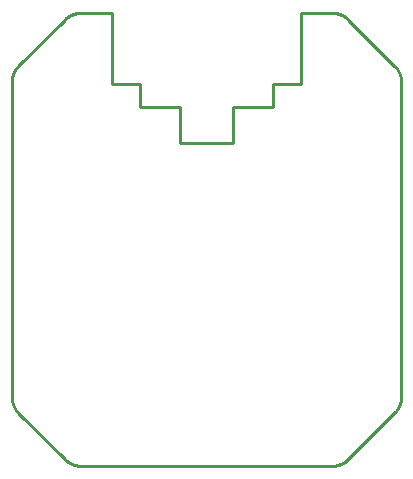
<source format=gko>
G04 #@! TF.GenerationSoftware,KiCad,Pcbnew,5.0.2+dfsg1-1*
G04 #@! TF.CreationDate,2020-07-05T13:54:42+02:00*
G04 #@! TF.ProjectId,edgedriver,65646765-6472-4697-9665-722e6b696361,rev?*
G04 #@! TF.SameCoordinates,Original*
G04 #@! TF.FileFunction,Profile,NP*
%FSLAX46Y46*%
G04 Gerber Fmt 4.6, Leading zero omitted, Abs format (unit mm)*
G04 Created by KiCad (PCBNEW 5.0.2+dfsg1-1) date Sun Jul  5 13:54:42 2020*
%MOMM*%
%LPD*%
G01*
G04 APERTURE LIST*
%ADD10C,0.282843*%
G04 APERTURE END LIST*
D10*
X-8000028Y37100340D02*
X-10591601Y37100340D01*
X-8000028Y31099910D02*
X-8000028Y37100340D01*
X-5649784Y31099910D02*
X-8000028Y31099910D01*
X-5649784Y29100034D02*
X-5649784Y31099910D01*
X-2249992Y29100034D02*
X-5649784Y29100034D01*
X-2249992Y26099698D02*
X-2249992Y29100034D01*
X2249992Y26099698D02*
X-2249992Y26099698D01*
X2249992Y29100034D02*
X2249992Y26099698D01*
X5649267Y29100034D02*
X2249992Y29100034D01*
X5649267Y31099910D02*
X5649267Y29100034D01*
X7999512Y31099910D02*
X5649267Y31099910D01*
X7999512Y37100340D02*
X7999512Y31099910D01*
X10591085Y37100340D02*
X7999512Y37100340D01*
X10640655Y37099678D02*
X10591085Y37100340D01*
X10690078Y37097794D02*
X10640655Y37099678D01*
X10739333Y37094699D02*
X10690078Y37097794D01*
X10788399Y37090400D02*
X10739333Y37094699D01*
X10837257Y37084905D02*
X10788399Y37090400D01*
X10885884Y37078224D02*
X10837257Y37084905D01*
X10934262Y37070364D02*
X10885884Y37078224D01*
X10982370Y37061334D02*
X10934262Y37070364D01*
X11030187Y37051142D02*
X10982370Y37061334D01*
X11077694Y37039796D02*
X11030187Y37051142D01*
X11124869Y37027306D02*
X11077694Y37039796D01*
X11171692Y37013679D02*
X11124869Y37027306D01*
X11218143Y36998924D02*
X11171692Y37013679D01*
X11264201Y36983048D02*
X11218143Y36998924D01*
X11309847Y36966062D02*
X11264201Y36983048D01*
X11355059Y36947972D02*
X11309847Y36966062D01*
X11399818Y36928788D02*
X11355059Y36947972D01*
X11444102Y36908517D02*
X11399818Y36928788D01*
X11487892Y36887168D02*
X11444102Y36908517D01*
X11531168Y36864750D02*
X11487892Y36887168D01*
X11573907Y36841271D02*
X11531168Y36864750D01*
X11616092Y36816739D02*
X11573907Y36841271D01*
X11657700Y36791162D02*
X11616092Y36816739D01*
X11698711Y36764550D02*
X11657700Y36791162D01*
X11739106Y36736910D02*
X11698711Y36764550D01*
X11778864Y36708251D02*
X11739106Y36736910D01*
X11817963Y36678581D02*
X11778864Y36708251D01*
X11856385Y36647908D02*
X11817963Y36678581D01*
X11894109Y36616242D02*
X11856385Y36647908D01*
X11931113Y36583590D02*
X11894109Y36616242D01*
X11967379Y36549960D02*
X11931113Y36583590D01*
X12002885Y36515362D02*
X11967379Y36549960D01*
X12005478Y36514304D02*
X12002885Y36515362D01*
X15913766Y32606017D02*
X12005478Y36514304D01*
X15914798Y32603371D02*
X15913766Y32606017D01*
X15949396Y32567864D02*
X15914798Y32603371D01*
X15983025Y32531598D02*
X15949396Y32567864D01*
X16015678Y32494593D02*
X15983025Y32531598D01*
X16047346Y32456869D02*
X16015678Y32494593D01*
X16078020Y32418447D02*
X16047346Y32456869D01*
X16107692Y32379347D02*
X16078020Y32418447D01*
X16136354Y32339589D02*
X16107692Y32379347D01*
X16163996Y32299194D02*
X16136354Y32339589D01*
X16190612Y32258183D02*
X16163996Y32299194D01*
X16216191Y32216575D02*
X16190612Y32258183D01*
X16240727Y32174391D02*
X16216191Y32216575D01*
X16264209Y32131652D02*
X16240727Y32174391D01*
X16286631Y32088377D02*
X16264209Y32131652D01*
X16307983Y32044588D02*
X16286631Y32088377D01*
X16328256Y32000304D02*
X16307983Y32044588D01*
X16347444Y31955545D02*
X16328256Y32000304D01*
X16365536Y31910334D02*
X16347444Y31955545D01*
X16382525Y31864689D02*
X16365536Y31910334D01*
X16398402Y31818631D02*
X16382525Y31864689D01*
X16413158Y31772180D02*
X16398402Y31818631D01*
X16426786Y31725357D02*
X16413158Y31772180D01*
X16439277Y31678183D02*
X16426786Y31725357D01*
X16450621Y31630677D02*
X16439277Y31678183D01*
X16460812Y31582860D02*
X16450621Y31630677D01*
X16469840Y31534752D02*
X16460812Y31582860D01*
X16477697Y31486374D02*
X16469840Y31534752D01*
X16484375Y31437746D02*
X16477697Y31486374D01*
X16489865Y31388889D02*
X16484375Y31437746D01*
X16494158Y31339823D02*
X16489865Y31388889D01*
X16497246Y31290568D02*
X16494158Y31339823D01*
X16499122Y31241144D02*
X16497246Y31290568D01*
X16499775Y31191573D02*
X16499122Y31241144D01*
X16499775Y4638392D02*
X16499775Y31191573D01*
X16499122Y4588820D02*
X16499775Y4638392D01*
X16497247Y4539397D02*
X16499122Y4588820D01*
X16494158Y4490142D02*
X16497247Y4539397D01*
X16489865Y4441075D02*
X16494158Y4490142D01*
X16484375Y4392218D02*
X16489865Y4441075D01*
X16477698Y4343590D02*
X16484375Y4392218D01*
X16469840Y4295212D02*
X16477698Y4343590D01*
X16460812Y4247105D02*
X16469840Y4295212D01*
X16450622Y4199287D02*
X16460812Y4247105D01*
X16439277Y4151781D02*
X16450622Y4199287D01*
X16426786Y4104607D02*
X16439277Y4151781D01*
X16413158Y4057784D02*
X16426786Y4104607D01*
X16398402Y4011333D02*
X16413158Y4057784D01*
X16382525Y3965275D02*
X16398402Y4011333D01*
X16365536Y3919630D02*
X16382525Y3965275D01*
X16347444Y3874418D02*
X16365536Y3919630D01*
X16328257Y3829660D02*
X16347444Y3874418D01*
X16307983Y3785376D02*
X16328257Y3829660D01*
X16286631Y3741586D02*
X16307983Y3785376D01*
X16264209Y3698312D02*
X16286631Y3741586D01*
X16240727Y3655572D02*
X16264209Y3698312D01*
X16216192Y3613388D02*
X16240727Y3655572D01*
X16190612Y3571780D02*
X16216192Y3613388D01*
X16163997Y3530769D02*
X16190612Y3571780D01*
X16136354Y3490374D02*
X16163997Y3530769D01*
X16107692Y3450616D02*
X16136354Y3490374D01*
X16078020Y3411516D02*
X16107692Y3450616D01*
X16047346Y3373094D02*
X16078020Y3411516D01*
X16015678Y3335370D02*
X16047346Y3373094D01*
X15983025Y3298365D02*
X16015678Y3335370D01*
X15949396Y3262098D02*
X15983025Y3298365D01*
X15914798Y3226592D02*
X15949396Y3262098D01*
X15913766Y3223999D02*
X15914798Y3226592D01*
X12005478Y-684290D02*
X15913766Y3223999D01*
X12002885Y-685324D02*
X12005478Y-684290D01*
X11967379Y-719923D02*
X12002885Y-685324D01*
X11931113Y-753552D02*
X11967379Y-719923D01*
X11894109Y-786204D02*
X11931113Y-753552D01*
X11856385Y-817870D02*
X11894109Y-786204D01*
X11817963Y-848543D02*
X11856385Y-817870D01*
X11778864Y-878212D02*
X11817963Y-848543D01*
X11739106Y-906872D02*
X11778864Y-878212D01*
X11698711Y-934512D02*
X11739106Y-906872D01*
X11657700Y-961124D02*
X11698711Y-934512D01*
X11616092Y-986700D02*
X11657700Y-961124D01*
X11573907Y-1011232D02*
X11616092Y-986700D01*
X11531168Y-1034712D02*
X11573907Y-1011232D01*
X11487892Y-1057130D02*
X11531168Y-1034712D01*
X11444102Y-1078478D02*
X11487892Y-1057130D01*
X11399818Y-1098749D02*
X11444102Y-1078478D01*
X11355059Y-1117934D02*
X11399818Y-1098749D01*
X11309847Y-1136023D02*
X11355059Y-1117934D01*
X11264201Y-1153010D02*
X11309847Y-1136023D01*
X11218143Y-1168885D02*
X11264201Y-1153010D01*
X11171692Y-1183640D02*
X11218143Y-1168885D01*
X11124869Y-1197267D02*
X11171692Y-1183640D01*
X11077694Y-1209758D02*
X11124869Y-1197267D01*
X11030187Y-1221103D02*
X11077694Y-1209758D01*
X10982370Y-1231295D02*
X11030187Y-1221103D01*
X10934262Y-1240325D02*
X10982370Y-1231295D01*
X10885884Y-1248185D02*
X10934262Y-1240325D01*
X10837257Y-1254867D02*
X10885884Y-1248185D01*
X10788399Y-1260361D02*
X10837257Y-1254867D01*
X10739333Y-1264660D02*
X10788399Y-1260361D01*
X10690078Y-1267756D02*
X10739333Y-1264660D01*
X10640655Y-1269639D02*
X10690078Y-1267756D01*
X10591085Y-1270302D02*
X10640655Y-1269639D01*
X-10591601Y-1270302D02*
X10591085Y-1270302D01*
X-10641172Y-1269648D02*
X-10591601Y-1270302D01*
X-10690595Y-1267773D02*
X-10641172Y-1269648D01*
X-10739850Y-1264684D02*
X-10690595Y-1267773D01*
X-10788916Y-1260391D02*
X-10739850Y-1264684D01*
X-10837773Y-1254901D02*
X-10788916Y-1260391D01*
X-10886401Y-1248224D02*
X-10837773Y-1254901D01*
X-10934779Y-1240367D02*
X-10886401Y-1248224D01*
X-10982886Y-1231339D02*
X-10934779Y-1240367D01*
X-11030704Y-1221148D02*
X-10982886Y-1231339D01*
X-11078210Y-1209804D02*
X-11030704Y-1221148D01*
X-11125385Y-1197313D02*
X-11078210Y-1209804D01*
X-11172208Y-1183686D02*
X-11125385Y-1197313D01*
X-11218659Y-1168929D02*
X-11172208Y-1183686D01*
X-11264718Y-1153053D02*
X-11218659Y-1168929D01*
X-11310363Y-1136064D02*
X-11264718Y-1153053D01*
X-11355575Y-1117972D02*
X-11310363Y-1136064D01*
X-11400334Y-1098785D02*
X-11355575Y-1117972D01*
X-11444619Y-1078512D02*
X-11400334Y-1098785D01*
X-11488409Y-1057160D02*
X-11444619Y-1078512D01*
X-11531684Y-1034739D02*
X-11488409Y-1057160D01*
X-11574424Y-1011256D02*
X-11531684Y-1034739D01*
X-11616608Y-986721D02*
X-11574424Y-1011256D01*
X-11658216Y-961141D02*
X-11616608Y-986721D01*
X-11699228Y-934526D02*
X-11658216Y-961141D01*
X-11739622Y-906883D02*
X-11699228Y-934526D01*
X-11779380Y-878221D02*
X-11739622Y-906883D01*
X-11818480Y-848549D02*
X-11779380Y-878221D01*
X-11856902Y-817874D02*
X-11818480Y-848549D01*
X-11894626Y-786206D02*
X-11856902Y-817874D01*
X-11931630Y-753553D02*
X-11894626Y-786206D01*
X-11967896Y-719923D02*
X-11931630Y-753553D01*
X-12003402Y-685324D02*
X-11967896Y-719923D01*
X-12005995Y-684290D02*
X-12003402Y-685324D01*
X-15914283Y3223999D02*
X-12005995Y-684290D01*
X-15915315Y3226592D02*
X-15914283Y3223999D01*
X-15949913Y3262098D02*
X-15915315Y3226592D01*
X-15983542Y3298365D02*
X-15949913Y3262098D01*
X-16016195Y3335370D02*
X-15983542Y3298365D01*
X-16047863Y3373094D02*
X-16016195Y3335370D01*
X-16078537Y3411516D02*
X-16047863Y3373094D01*
X-16108209Y3450616D02*
X-16078537Y3411516D01*
X-16136871Y3490374D02*
X-16108209Y3450616D01*
X-16164514Y3530769D02*
X-16136871Y3490374D01*
X-16191129Y3571780D02*
X-16164514Y3530769D01*
X-16216709Y3613388D02*
X-16191129Y3571780D01*
X-16241244Y3655572D02*
X-16216709Y3613388D01*
X-16264727Y3698312D02*
X-16241244Y3655572D01*
X-16287148Y3741586D02*
X-16264727Y3698312D01*
X-16308500Y3785376D02*
X-16287148Y3741586D01*
X-16328774Y3829660D02*
X-16308500Y3785376D01*
X-16347961Y3874418D02*
X-16328774Y3829660D01*
X-16366053Y3919630D02*
X-16347961Y3874418D01*
X-16383042Y3965275D02*
X-16366053Y3919630D01*
X-16398919Y4011333D02*
X-16383042Y3965275D01*
X-16413675Y4057784D02*
X-16398919Y4011333D01*
X-16427303Y4104607D02*
X-16413675Y4057784D01*
X-16439794Y4151781D02*
X-16427303Y4104607D01*
X-16451139Y4199287D02*
X-16439794Y4151781D01*
X-16461329Y4247105D02*
X-16451139Y4199287D01*
X-16470358Y4295212D02*
X-16461329Y4247105D01*
X-16478215Y4343590D02*
X-16470358Y4295212D01*
X-16484892Y4392218D02*
X-16478215Y4343590D01*
X-16490382Y4441075D02*
X-16484892Y4392218D01*
X-16494675Y4490142D02*
X-16490382Y4441075D01*
X-16497764Y4539397D02*
X-16494675Y4490142D01*
X-16499639Y4588820D02*
X-16497764Y4539397D01*
X-16500292Y4638392D02*
X-16499639Y4588820D01*
X-16500292Y31191573D02*
X-16500292Y4638392D01*
X-16499639Y31241144D02*
X-16500292Y31191573D01*
X-16497764Y31290568D02*
X-16499639Y31241144D01*
X-16494675Y31339823D02*
X-16497764Y31290568D01*
X-16490382Y31388889D02*
X-16494675Y31339823D01*
X-16484892Y31437746D02*
X-16490382Y31388889D01*
X-16478215Y31486374D02*
X-16484892Y31437746D01*
X-16470357Y31534752D02*
X-16478215Y31486374D01*
X-16461329Y31582860D02*
X-16470357Y31534752D01*
X-16451138Y31630677D02*
X-16461329Y31582860D01*
X-16439794Y31678183D02*
X-16451138Y31630677D01*
X-16427303Y31725357D02*
X-16439794Y31678183D01*
X-16413675Y31772180D02*
X-16427303Y31725357D01*
X-16398919Y31818631D02*
X-16413675Y31772180D01*
X-16383042Y31864689D02*
X-16398919Y31818631D01*
X-16366053Y31910334D02*
X-16383042Y31864689D01*
X-16347961Y31955545D02*
X-16366053Y31910334D01*
X-16328773Y32000304D02*
X-16347961Y31955545D01*
X-16308500Y32044588D02*
X-16328773Y32000304D01*
X-16287148Y32088377D02*
X-16308500Y32044588D01*
X-16264727Y32131652D02*
X-16287148Y32088377D01*
X-16241244Y32174391D02*
X-16264727Y32131652D01*
X-16216709Y32216575D02*
X-16241244Y32174391D01*
X-16191129Y32258183D02*
X-16216709Y32216575D01*
X-16164514Y32299194D02*
X-16191129Y32258183D01*
X-16136871Y32339589D02*
X-16164514Y32299194D01*
X-16108209Y32379347D02*
X-16136871Y32339589D01*
X-16078537Y32418447D02*
X-16108209Y32379347D01*
X-16047863Y32456869D02*
X-16078537Y32418447D01*
X-16016195Y32494593D02*
X-16047863Y32456869D01*
X-15983542Y32531598D02*
X-16016195Y32494593D01*
X-15949913Y32567864D02*
X-15983542Y32531598D01*
X-15915315Y32603371D02*
X-15949913Y32567864D01*
X-15914283Y32606017D02*
X-15915315Y32603371D01*
X-12005995Y36514304D02*
X-15914283Y32606017D01*
X-12003402Y36515362D02*
X-12005995Y36514304D01*
X-11967896Y36549960D02*
X-12003402Y36515362D01*
X-11931630Y36583590D02*
X-11967896Y36549960D01*
X-11894626Y36616242D02*
X-11931630Y36583590D01*
X-11856902Y36647908D02*
X-11894626Y36616242D01*
X-11818480Y36678581D02*
X-11856902Y36647908D01*
X-11779380Y36708251D02*
X-11818480Y36678581D01*
X-11739622Y36736910D02*
X-11779380Y36708251D01*
X-11699228Y36764550D02*
X-11739622Y36736910D01*
X-11658216Y36791162D02*
X-11699228Y36764550D01*
X-11616608Y36816739D02*
X-11658216Y36791162D01*
X-11574424Y36841271D02*
X-11616608Y36816739D01*
X-11531684Y36864750D02*
X-11574424Y36841271D01*
X-11488409Y36887168D02*
X-11531684Y36864750D01*
X-11444619Y36908517D02*
X-11488409Y36887168D01*
X-11400334Y36928788D02*
X-11444619Y36908517D01*
X-11355575Y36947972D02*
X-11400334Y36928788D01*
X-11310363Y36966062D02*
X-11355575Y36947972D01*
X-11264718Y36983048D02*
X-11310363Y36966062D01*
X-11218659Y36998924D02*
X-11264718Y36983048D01*
X-11172208Y37013679D02*
X-11218659Y36998924D01*
X-11125385Y37027306D02*
X-11172208Y37013679D01*
X-11078210Y37039796D02*
X-11125385Y37027306D01*
X-11030704Y37051142D02*
X-11078210Y37039796D01*
X-10982886Y37061334D02*
X-11030704Y37051142D01*
X-10934779Y37070364D02*
X-10982886Y37061334D01*
X-10886401Y37078224D02*
X-10934779Y37070364D01*
X-10837773Y37084905D02*
X-10886401Y37078224D01*
X-10788916Y37090400D02*
X-10837773Y37084905D01*
X-10739850Y37094699D02*
X-10788916Y37090400D01*
X-10690595Y37097794D02*
X-10739850Y37094699D01*
X-10641172Y37099678D02*
X-10690595Y37097794D01*
X-10591601Y37100340D02*
X-10641172Y37099678D01*
M02*

</source>
